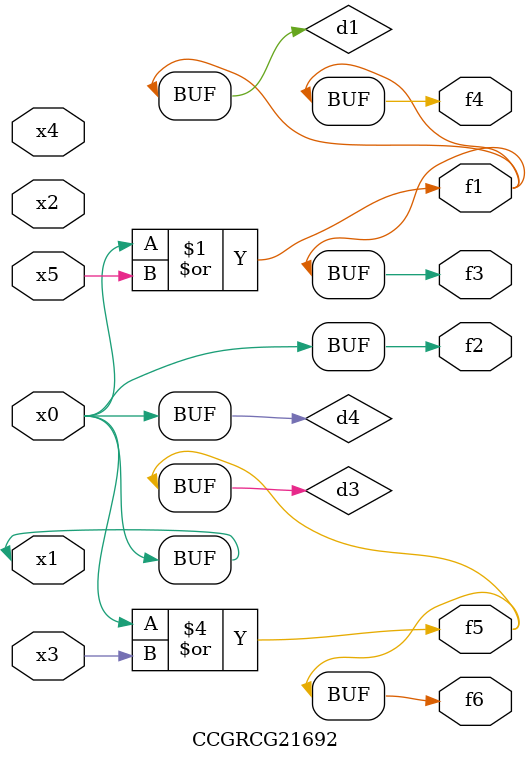
<source format=v>
module CCGRCG21692(
	input x0, x1, x2, x3, x4, x5,
	output f1, f2, f3, f4, f5, f6
);

	wire d1, d2, d3, d4;

	or (d1, x0, x5);
	xnor (d2, x1, x4);
	or (d3, x0, x3);
	buf (d4, x0, x1);
	assign f1 = d1;
	assign f2 = d4;
	assign f3 = d1;
	assign f4 = d1;
	assign f5 = d3;
	assign f6 = d3;
endmodule

</source>
